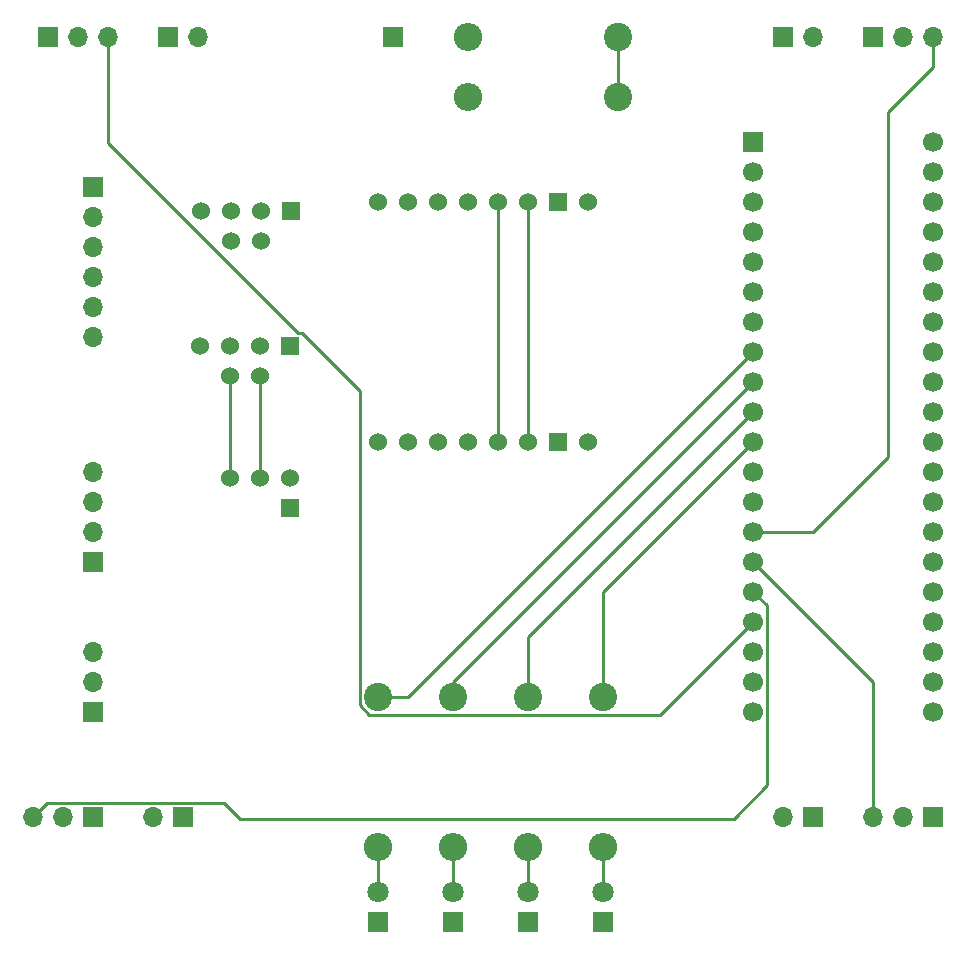
<source format=gbr>
%TF.GenerationSoftware,KiCad,Pcbnew,(5.1.10)-1*%
%TF.CreationDate,2021-12-09T02:28:18+01:00*%
%TF.ProjectId,flight controller,666c6967-6874-4206-936f-6e74726f6c6c,rev?*%
%TF.SameCoordinates,Original*%
%TF.FileFunction,Copper,L1,Top*%
%TF.FilePolarity,Positive*%
%FSLAX46Y46*%
G04 Gerber Fmt 4.6, Leading zero omitted, Abs format (unit mm)*
G04 Created by KiCad (PCBNEW (5.1.10)-1) date 2021-12-09 02:28:18*
%MOMM*%
%LPD*%
G01*
G04 APERTURE LIST*
%TA.AperFunction,ComponentPad*%
%ADD10R,1.524000X1.524000*%
%TD*%
%TA.AperFunction,ComponentPad*%
%ADD11C,1.524000*%
%TD*%
%TA.AperFunction,ComponentPad*%
%ADD12C,1.800000*%
%TD*%
%TA.AperFunction,ComponentPad*%
%ADD13R,1.800000X1.800000*%
%TD*%
%TA.AperFunction,ComponentPad*%
%ADD14O,1.700000X1.700000*%
%TD*%
%TA.AperFunction,ComponentPad*%
%ADD15R,1.700000X1.700000*%
%TD*%
%TA.AperFunction,ComponentPad*%
%ADD16O,2.400000X2.400000*%
%TD*%
%TA.AperFunction,ComponentPad*%
%ADD17C,2.400000*%
%TD*%
%TA.AperFunction,ComponentPad*%
%ADD18C,1.700000*%
%TD*%
%TA.AperFunction,Conductor*%
%ADD19C,0.250000*%
%TD*%
G04 APERTURE END LIST*
D10*
%TO.P,U6,1*%
%TO.N,Earth*%
X134747000Y-108458000D03*
D11*
%TO.P,U6,2*%
%TO.N,/3V3*%
X134747000Y-105918000D03*
%TO.P,U6,3*%
%TO.N,/SDA*%
X132207000Y-105918000D03*
%TO.P,U6,4*%
%TO.N,/SCL*%
X129667000Y-105918000D03*
%TD*%
D12*
%TO.P,D1,2*%
%TO.N,Net-(D1-Pad2)*%
X148590000Y-140970000D03*
D13*
%TO.P,D1,1*%
%TO.N,Earth*%
X148590000Y-143510000D03*
%TD*%
D12*
%TO.P,D2,2*%
%TO.N,Net-(D2-Pad2)*%
X142240000Y-140970000D03*
D13*
%TO.P,D2,1*%
%TO.N,Earth*%
X142240000Y-143510000D03*
%TD*%
D12*
%TO.P,D3,2*%
%TO.N,Net-(D3-Pad2)*%
X154940000Y-140970000D03*
D13*
%TO.P,D3,1*%
%TO.N,Earth*%
X154940000Y-143510000D03*
%TD*%
D12*
%TO.P,D4,2*%
%TO.N,Net-(D4-Pad2)*%
X161290000Y-140970000D03*
D13*
%TO.P,D4,1*%
%TO.N,Earth*%
X161290000Y-143510000D03*
%TD*%
D14*
%TO.P,J1,3*%
%TO.N,/ESC3*%
X113030000Y-134620000D03*
%TO.P,J1,2*%
%TO.N,Net-(J1-Pad2)*%
X115570000Y-134620000D03*
D15*
%TO.P,J1,1*%
%TO.N,Earth*%
X118110000Y-134620000D03*
%TD*%
D14*
%TO.P,J2,3*%
%TO.N,/ESC4*%
X119380000Y-68580000D03*
%TO.P,J2,2*%
%TO.N,Net-(J2-Pad2)*%
X116840000Y-68580000D03*
D15*
%TO.P,J2,1*%
%TO.N,Earth*%
X114300000Y-68580000D03*
%TD*%
D14*
%TO.P,J3,2*%
%TO.N,Net-(J2-Pad2)*%
X127000000Y-68580000D03*
D15*
%TO.P,J3,1*%
%TO.N,Earth*%
X124460000Y-68580000D03*
%TD*%
D14*
%TO.P,J4,2*%
%TO.N,Net-(J1-Pad2)*%
X123190000Y-134620000D03*
D15*
%TO.P,J4,1*%
%TO.N,Earth*%
X125730000Y-134620000D03*
%TD*%
D14*
%TO.P,J5,2*%
%TO.N,/5V*%
X179070000Y-68580000D03*
D15*
%TO.P,J5,1*%
%TO.N,Earth*%
X176530000Y-68580000D03*
%TD*%
D14*
%TO.P,J6,3*%
%TO.N,/ESC1*%
X189230000Y-68580000D03*
%TO.P,J6,2*%
%TO.N,/5V*%
X186690000Y-68580000D03*
D15*
%TO.P,J6,1*%
%TO.N,Earth*%
X184150000Y-68580000D03*
%TD*%
D14*
%TO.P,J7,2*%
%TO.N,Net-(J7-Pad2)*%
X176530000Y-134620000D03*
D15*
%TO.P,J7,1*%
%TO.N,Earth*%
X179070000Y-134620000D03*
%TD*%
D14*
%TO.P,J8,3*%
%TO.N,/ESC2*%
X184150000Y-134620000D03*
%TO.P,J8,2*%
%TO.N,Net-(J7-Pad2)*%
X186690000Y-134620000D03*
D15*
%TO.P,J8,1*%
%TO.N,Earth*%
X189230000Y-134620000D03*
%TD*%
D14*
%TO.P,J9,4*%
%TO.N,/SDA*%
X118110000Y-105410000D03*
%TO.P,J9,3*%
%TO.N,/SCL*%
X118110000Y-107950000D03*
%TO.P,J9,2*%
%TO.N,/5V*%
X118110000Y-110490000D03*
D15*
%TO.P,J9,1*%
%TO.N,Earth*%
X118110000Y-113030000D03*
%TD*%
D14*
%TO.P,J10,3*%
%TO.N,/PPM*%
X118110000Y-120650000D03*
%TO.P,J10,2*%
%TO.N,/5V*%
X118110000Y-123190000D03*
D15*
%TO.P,J10,1*%
%TO.N,Earth*%
X118110000Y-125730000D03*
%TD*%
%TO.P,J11,1*%
%TO.N,Net-(J11-Pad1)*%
X143510000Y-68580000D03*
%TD*%
D16*
%TO.P,R1,2*%
%TO.N,Net-(D1-Pad2)*%
X148590000Y-137160000D03*
D17*
%TO.P,R1,1*%
%TO.N,/RED_LED*%
X148590000Y-124460000D03*
%TD*%
D16*
%TO.P,R2,2*%
%TO.N,Net-(D2-Pad2)*%
X142240000Y-137160000D03*
D17*
%TO.P,R2,1*%
%TO.N,/GREEN_LED*%
X142240000Y-124460000D03*
%TD*%
D16*
%TO.P,R3,2*%
%TO.N,Net-(D3-Pad2)*%
X154940000Y-137160000D03*
D17*
%TO.P,R3,1*%
%TO.N,/YELLOW_LED*%
X154940000Y-124460000D03*
%TD*%
D16*
%TO.P,R4,2*%
%TO.N,Net-(D4-Pad2)*%
X161290000Y-137160000D03*
D17*
%TO.P,R4,1*%
%TO.N,/BLUE_LED*%
X161290000Y-124460000D03*
%TD*%
D16*
%TO.P,R5,2*%
%TO.N,Earth*%
X149860000Y-73660000D03*
D17*
%TO.P,R5,1*%
%TO.N,/VOLTAGE*%
X162560000Y-73660000D03*
%TD*%
D16*
%TO.P,R6,2*%
%TO.N,Net-(J11-Pad1)*%
X149860000Y-68580000D03*
D17*
%TO.P,R6,1*%
%TO.N,/VOLTAGE*%
X162560000Y-68580000D03*
%TD*%
D18*
%TO.P,U1,20*%
%TO.N,/3V3*%
X173990000Y-125730000D03*
%TO.P,U1,21*%
%TO.N,Net-(U1-Pad21)*%
X189230000Y-125730000D03*
%TO.P,U1,19*%
%TO.N,Earth*%
X173990000Y-123190000D03*
%TO.P,U1,22*%
%TO.N,Net-(U1-Pad22)*%
X189230000Y-123190000D03*
%TO.P,U1,18*%
%TO.N,/5V*%
X173990000Y-120650000D03*
%TO.P,U1,23*%
%TO.N,Net-(U1-Pad23)*%
X189230000Y-120650000D03*
%TO.P,U1,17*%
%TO.N,/ESC4*%
X173990000Y-118110000D03*
%TO.P,U1,24*%
%TO.N,Net-(U1-Pad24)*%
X189230000Y-118110000D03*
%TO.P,U1,16*%
%TO.N,/ESC3*%
X173990000Y-115570000D03*
%TO.P,U1,25*%
%TO.N,/PPM*%
X189230000Y-115570000D03*
%TO.P,U1,15*%
%TO.N,/ESC2*%
X173990000Y-113030000D03*
%TO.P,U1,26*%
%TO.N,Net-(U1-Pad26)*%
X189230000Y-113030000D03*
%TO.P,U1,14*%
%TO.N,/ESC1*%
X173990000Y-110490000D03*
%TO.P,U1,27*%
%TO.N,/RX2*%
X189230000Y-110490000D03*
%TO.P,U1,13*%
%TO.N,Net-(U1-Pad13)*%
X173990000Y-107950000D03*
%TO.P,U1,28*%
%TO.N,/TX2*%
X189230000Y-107950000D03*
%TO.P,U1,12*%
%TO.N,Net-(U1-Pad12)*%
X173990000Y-105410000D03*
%TO.P,U1,29*%
%TO.N,/VOLTAGE*%
X189230000Y-105410000D03*
%TO.P,U1,11*%
%TO.N,/BLUE_LED*%
X173990000Y-102870000D03*
%TO.P,U1,30*%
%TO.N,Net-(U1-Pad30)*%
X189230000Y-102870000D03*
%TO.P,U1,10*%
%TO.N,/YELLOW_LED*%
X173990000Y-100330000D03*
%TO.P,U1,31*%
%TO.N,Net-(U1-Pad31)*%
X189230000Y-100330000D03*
%TO.P,U1,9*%
%TO.N,/RED_LED*%
X173990000Y-97790000D03*
%TO.P,U1,32*%
%TO.N,Net-(U1-Pad32)*%
X189230000Y-97790000D03*
%TO.P,U1,8*%
%TO.N,/GREEN_LED*%
X173990000Y-95250000D03*
%TO.P,U1,33*%
%TO.N,Net-(U1-Pad33)*%
X189230000Y-95250000D03*
%TO.P,U1,7*%
%TO.N,/TX*%
X173990000Y-92710000D03*
%TO.P,U1,34*%
%TO.N,Net-(U1-Pad34)*%
X189230000Y-92710000D03*
%TO.P,U1,6*%
%TO.N,/RX*%
X173990000Y-90170000D03*
%TO.P,U1,35*%
%TO.N,/SCL*%
X189230000Y-90170000D03*
%TO.P,U1,5*%
%TO.N,Net-(U1-Pad5)*%
X173990000Y-87630000D03*
%TO.P,U1,36*%
%TO.N,/SDA*%
X189230000Y-87630000D03*
%TO.P,U1,4*%
%TO.N,Net-(U1-Pad4)*%
X173990000Y-85090000D03*
%TO.P,U1,37*%
%TO.N,Net-(U1-Pad37)*%
X189230000Y-85090000D03*
%TO.P,U1,3*%
%TO.N,Net-(U1-Pad3)*%
X173990000Y-82550000D03*
%TO.P,U1,38*%
%TO.N,Net-(U1-Pad38)*%
X189230000Y-82550000D03*
%TO.P,U1,2*%
%TO.N,Net-(U1-Pad2)*%
X173990000Y-80010000D03*
%TO.P,U1,39*%
%TO.N,Earth*%
X189230000Y-80010000D03*
D15*
%TO.P,U1,1*%
%TO.N,Net-(U1-Pad1)*%
X173990000Y-77470000D03*
D18*
%TO.P,U1,40*%
%TO.N,Earth*%
X189230000Y-77470000D03*
%TD*%
D11*
%TO.P,U2,1*%
%TO.N,/5V*%
X160020000Y-82550000D03*
D10*
%TO.P,U2,2*%
%TO.N,Earth*%
X157480000Y-82550000D03*
D11*
%TO.P,U2,3*%
%TO.N,/SCL*%
X154940000Y-82550000D03*
%TO.P,U2,8*%
%TO.N,Net-(U2-Pad8)*%
X142240000Y-82550000D03*
%TO.P,U2,7*%
%TO.N,Net-(U2-Pad7)*%
X144780000Y-82550000D03*
%TO.P,U2,6*%
%TO.N,Net-(U2-Pad6)*%
X147320000Y-82550000D03*
%TO.P,U2,5*%
%TO.N,Net-(U2-Pad5)*%
X149860000Y-82550000D03*
%TO.P,U2,4*%
%TO.N,/SDA*%
X152400000Y-82550000D03*
%TD*%
D14*
%TO.P,U3,6*%
%TO.N,Net-(U3-Pad6)*%
X118110000Y-93980000D03*
%TO.P,U3,5*%
%TO.N,/RX*%
X118110000Y-91440000D03*
%TO.P,U3,4*%
%TO.N,/TX*%
X118110000Y-88900000D03*
%TO.P,U3,3*%
%TO.N,/5V*%
X118110000Y-86360000D03*
%TO.P,U3,2*%
%TO.N,Net-(U3-Pad2)*%
X118110000Y-83820000D03*
D15*
%TO.P,U3,1*%
%TO.N,Earth*%
X118110000Y-81280000D03*
%TD*%
D11*
%TO.P,U4,6*%
%TO.N,/SCL*%
X129667000Y-97282000D03*
%TO.P,U4,5*%
%TO.N,/SDA*%
X132207000Y-97282000D03*
%TO.P,U4,4*%
%TO.N,/5V*%
X127127000Y-94742000D03*
%TO.P,U4,3*%
%TO.N,/RX2*%
X129667000Y-94742000D03*
%TO.P,U4,2*%
%TO.N,/TX2*%
X132207000Y-94742000D03*
D10*
%TO.P,U4,1*%
%TO.N,Earth*%
X134747000Y-94742000D03*
%TD*%
D11*
%TO.P,U5,6*%
%TO.N,Net-(U5-Pad6)*%
X129794000Y-85852000D03*
%TO.P,U5,5*%
%TO.N,Net-(U5-Pad5)*%
X132334000Y-85852000D03*
%TO.P,U5,4*%
%TO.N,/5V*%
X127254000Y-83312000D03*
%TO.P,U5,3*%
%TO.N,/RX*%
X129794000Y-83312000D03*
%TO.P,U5,2*%
%TO.N,/TX*%
X132334000Y-83312000D03*
D10*
%TO.P,U5,1*%
%TO.N,Earth*%
X134874000Y-83312000D03*
%TD*%
D11*
%TO.P,U7,1*%
%TO.N,/5V*%
X160020000Y-102870000D03*
D10*
%TO.P,U7,2*%
%TO.N,Earth*%
X157480000Y-102870000D03*
D11*
%TO.P,U7,3*%
%TO.N,/SCL*%
X154940000Y-102870000D03*
%TO.P,U7,8*%
%TO.N,Net-(U7-Pad8)*%
X142240000Y-102870000D03*
%TO.P,U7,7*%
%TO.N,/3V3*%
X144780000Y-102870000D03*
%TO.P,U7,6*%
%TO.N,Net-(U7-Pad6)*%
X147320000Y-102870000D03*
%TO.P,U7,5*%
%TO.N,Net-(U7-Pad5)*%
X149860000Y-102870000D03*
%TO.P,U7,4*%
%TO.N,/SDA*%
X152400000Y-102870000D03*
%TD*%
D19*
%TO.N,Net-(D1-Pad2)*%
X148590000Y-141351000D02*
X148590000Y-140970000D01*
X148590000Y-137160000D02*
X148590000Y-140970000D01*
%TO.N,Net-(D2-Pad2)*%
X142240000Y-137160000D02*
X142240000Y-140970000D01*
%TO.N,Net-(D3-Pad2)*%
X154940000Y-137160000D02*
X154940000Y-140970000D01*
%TO.N,Net-(D4-Pad2)*%
X161290000Y-137160000D02*
X161290000Y-140970000D01*
%TO.N,/ESC3*%
X172343048Y-134803931D02*
X175165001Y-131981978D01*
X130588776Y-134803931D02*
X172343048Y-134803931D01*
X114205001Y-133444999D02*
X129229844Y-133444999D01*
X175165001Y-131981978D02*
X175165001Y-116745001D01*
X175165001Y-116745001D02*
X173990000Y-115570000D01*
X129229844Y-133444999D02*
X130588776Y-134803931D01*
X113030000Y-134620000D02*
X114205001Y-133444999D01*
%TO.N,/ESC4*%
X140714999Y-98600997D02*
X140714999Y-125192001D01*
X135769001Y-93654999D02*
X140714999Y-98600997D01*
X166114999Y-125985001D02*
X173990000Y-118110000D01*
X141507999Y-125985001D02*
X166114999Y-125985001D01*
X119380000Y-68580000D02*
X119380000Y-77598410D01*
X119380000Y-77598410D02*
X135436589Y-93654999D01*
X135436589Y-93654999D02*
X135769001Y-93654999D01*
X140714999Y-125192001D02*
X141507999Y-125985001D01*
%TO.N,/ESC1*%
X185420000Y-74930000D02*
X189230000Y-71120000D01*
X173990000Y-110490000D02*
X179070000Y-110490000D01*
X189230000Y-71120000D02*
X189230000Y-68580000D01*
X185420000Y-104140000D02*
X185420000Y-74930000D01*
X179070000Y-110490000D02*
X185420000Y-104140000D01*
%TO.N,/ESC2*%
X184150000Y-134620000D02*
X184150000Y-123190000D01*
X184150000Y-123190000D02*
X173990000Y-113030000D01*
%TO.N,/SDA*%
X152400000Y-82550000D02*
X152400000Y-102870000D01*
X132207000Y-105918000D02*
X132207000Y-97282000D01*
%TO.N,/SCL*%
X154940000Y-102870000D02*
X154940000Y-82550000D01*
X129667000Y-105918000D02*
X129667000Y-97282000D01*
%TO.N,/RED_LED*%
X148590000Y-124460000D02*
X148590000Y-123190000D01*
X148590000Y-123190000D02*
X173990000Y-97790000D01*
%TO.N,/GREEN_LED*%
X144780000Y-124460000D02*
X173990000Y-95250000D01*
X142240000Y-124460000D02*
X144780000Y-124460000D01*
%TO.N,/YELLOW_LED*%
X154940000Y-124460000D02*
X154940000Y-119380000D01*
X154940000Y-119380000D02*
X173990000Y-100330000D01*
%TO.N,/BLUE_LED*%
X161290000Y-115570000D02*
X173990000Y-102870000D01*
X161290000Y-124460000D02*
X161290000Y-115570000D01*
%TO.N,/VOLTAGE*%
X162560000Y-73660000D02*
X162560000Y-68580000D01*
%TD*%
M02*

</source>
